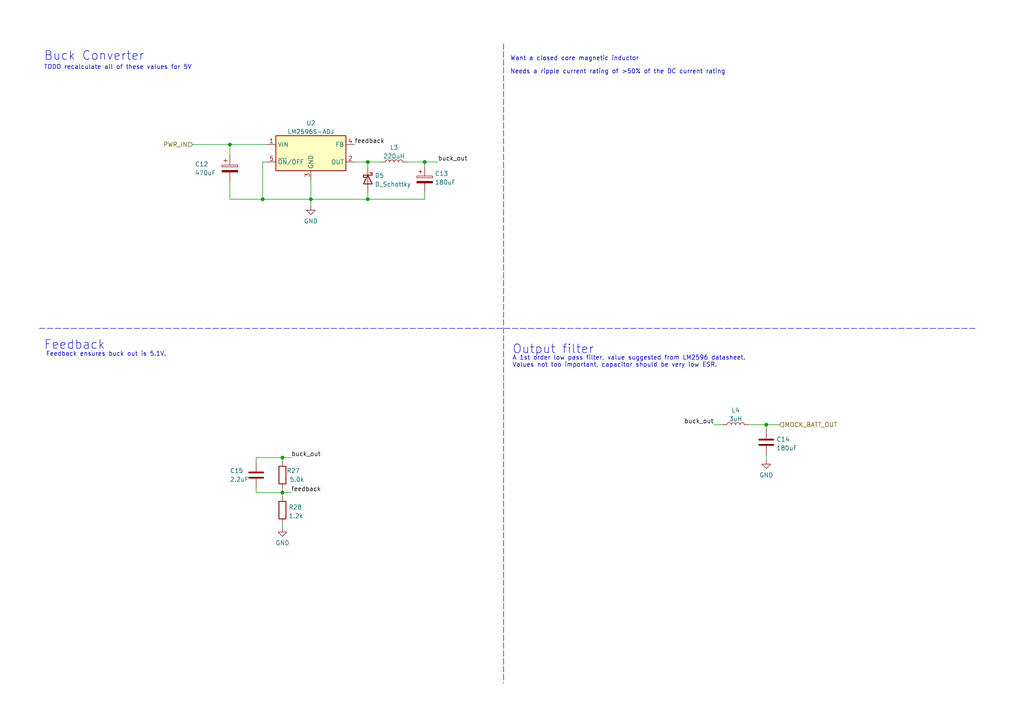
<source format=kicad_sch>
(kicad_sch (version 20211123) (generator eeschema)

  (uuid e5203297-b913-4288-a576-12a92185cb52)

  (paper "A4")

  (lib_symbols
    (symbol "Device:C" (pin_numbers hide) (pin_names (offset 0.254)) (in_bom yes) (on_board yes)
      (property "Reference" "C" (id 0) (at 0.635 2.54 0)
        (effects (font (size 1.27 1.27)) (justify left))
      )
      (property "Value" "C" (id 1) (at 0.635 -2.54 0)
        (effects (font (size 1.27 1.27)) (justify left))
      )
      (property "Footprint" "" (id 2) (at 0.9652 -3.81 0)
        (effects (font (size 1.27 1.27)) hide)
      )
      (property "Datasheet" "~" (id 3) (at 0 0 0)
        (effects (font (size 1.27 1.27)) hide)
      )
      (property "ki_keywords" "cap capacitor" (id 4) (at 0 0 0)
        (effects (font (size 1.27 1.27)) hide)
      )
      (property "ki_description" "Unpolarized capacitor" (id 5) (at 0 0 0)
        (effects (font (size 1.27 1.27)) hide)
      )
      (property "ki_fp_filters" "C_*" (id 6) (at 0 0 0)
        (effects (font (size 1.27 1.27)) hide)
      )
      (symbol "C_0_1"
        (polyline
          (pts
            (xy -2.032 -0.762)
            (xy 2.032 -0.762)
          )
          (stroke (width 0.508) (type default) (color 0 0 0 0))
          (fill (type none))
        )
        (polyline
          (pts
            (xy -2.032 0.762)
            (xy 2.032 0.762)
          )
          (stroke (width 0.508) (type default) (color 0 0 0 0))
          (fill (type none))
        )
      )
      (symbol "C_1_1"
        (pin passive line (at 0 3.81 270) (length 2.794)
          (name "~" (effects (font (size 1.27 1.27))))
          (number "1" (effects (font (size 1.27 1.27))))
        )
        (pin passive line (at 0 -3.81 90) (length 2.794)
          (name "~" (effects (font (size 1.27 1.27))))
          (number "2" (effects (font (size 1.27 1.27))))
        )
      )
    )
    (symbol "Device:C_Polarized" (pin_numbers hide) (pin_names (offset 0.254)) (in_bom yes) (on_board yes)
      (property "Reference" "C" (id 0) (at 0.635 2.54 0)
        (effects (font (size 1.27 1.27)) (justify left))
      )
      (property "Value" "C_Polarized" (id 1) (at 0.635 -2.54 0)
        (effects (font (size 1.27 1.27)) (justify left))
      )
      (property "Footprint" "" (id 2) (at 0.9652 -3.81 0)
        (effects (font (size 1.27 1.27)) hide)
      )
      (property "Datasheet" "~" (id 3) (at 0 0 0)
        (effects (font (size 1.27 1.27)) hide)
      )
      (property "ki_keywords" "cap capacitor" (id 4) (at 0 0 0)
        (effects (font (size 1.27 1.27)) hide)
      )
      (property "ki_description" "Polarized capacitor" (id 5) (at 0 0 0)
        (effects (font (size 1.27 1.27)) hide)
      )
      (property "ki_fp_filters" "CP_*" (id 6) (at 0 0 0)
        (effects (font (size 1.27 1.27)) hide)
      )
      (symbol "C_Polarized_0_1"
        (rectangle (start -2.286 0.508) (end 2.286 1.016)
          (stroke (width 0) (type default) (color 0 0 0 0))
          (fill (type none))
        )
        (polyline
          (pts
            (xy -1.778 2.286)
            (xy -0.762 2.286)
          )
          (stroke (width 0) (type default) (color 0 0 0 0))
          (fill (type none))
        )
        (polyline
          (pts
            (xy -1.27 2.794)
            (xy -1.27 1.778)
          )
          (stroke (width 0) (type default) (color 0 0 0 0))
          (fill (type none))
        )
        (rectangle (start 2.286 -0.508) (end -2.286 -1.016)
          (stroke (width 0) (type default) (color 0 0 0 0))
          (fill (type outline))
        )
      )
      (symbol "C_Polarized_1_1"
        (pin passive line (at 0 3.81 270) (length 2.794)
          (name "~" (effects (font (size 1.27 1.27))))
          (number "1" (effects (font (size 1.27 1.27))))
        )
        (pin passive line (at 0 -3.81 90) (length 2.794)
          (name "~" (effects (font (size 1.27 1.27))))
          (number "2" (effects (font (size 1.27 1.27))))
        )
      )
    )
    (symbol "Device:D_Schottky" (pin_numbers hide) (pin_names (offset 1.016) hide) (in_bom yes) (on_board yes)
      (property "Reference" "D" (id 0) (at 0 2.54 0)
        (effects (font (size 1.27 1.27)))
      )
      (property "Value" "D_Schottky" (id 1) (at 0 -2.54 0)
        (effects (font (size 1.27 1.27)))
      )
      (property "Footprint" "" (id 2) (at 0 0 0)
        (effects (font (size 1.27 1.27)) hide)
      )
      (property "Datasheet" "~" (id 3) (at 0 0 0)
        (effects (font (size 1.27 1.27)) hide)
      )
      (property "ki_keywords" "diode Schottky" (id 4) (at 0 0 0)
        (effects (font (size 1.27 1.27)) hide)
      )
      (property "ki_description" "Schottky diode" (id 5) (at 0 0 0)
        (effects (font (size 1.27 1.27)) hide)
      )
      (property "ki_fp_filters" "TO-???* *_Diode_* *SingleDiode* D_*" (id 6) (at 0 0 0)
        (effects (font (size 1.27 1.27)) hide)
      )
      (symbol "D_Schottky_0_1"
        (polyline
          (pts
            (xy 1.27 0)
            (xy -1.27 0)
          )
          (stroke (width 0) (type default) (color 0 0 0 0))
          (fill (type none))
        )
        (polyline
          (pts
            (xy 1.27 1.27)
            (xy 1.27 -1.27)
            (xy -1.27 0)
            (xy 1.27 1.27)
          )
          (stroke (width 0.254) (type default) (color 0 0 0 0))
          (fill (type none))
        )
        (polyline
          (pts
            (xy -1.905 0.635)
            (xy -1.905 1.27)
            (xy -1.27 1.27)
            (xy -1.27 -1.27)
            (xy -0.635 -1.27)
            (xy -0.635 -0.635)
          )
          (stroke (width 0.254) (type default) (color 0 0 0 0))
          (fill (type none))
        )
      )
      (symbol "D_Schottky_1_1"
        (pin passive line (at -3.81 0 0) (length 2.54)
          (name "K" (effects (font (size 1.27 1.27))))
          (number "1" (effects (font (size 1.27 1.27))))
        )
        (pin passive line (at 3.81 0 180) (length 2.54)
          (name "A" (effects (font (size 1.27 1.27))))
          (number "2" (effects (font (size 1.27 1.27))))
        )
      )
    )
    (symbol "Device:L" (pin_numbers hide) (pin_names (offset 1.016) hide) (in_bom yes) (on_board yes)
      (property "Reference" "L" (id 0) (at -1.27 0 90)
        (effects (font (size 1.27 1.27)))
      )
      (property "Value" "L" (id 1) (at 1.905 0 90)
        (effects (font (size 1.27 1.27)))
      )
      (property "Footprint" "" (id 2) (at 0 0 0)
        (effects (font (size 1.27 1.27)) hide)
      )
      (property "Datasheet" "~" (id 3) (at 0 0 0)
        (effects (font (size 1.27 1.27)) hide)
      )
      (property "ki_keywords" "inductor choke coil reactor magnetic" (id 4) (at 0 0 0)
        (effects (font (size 1.27 1.27)) hide)
      )
      (property "ki_description" "Inductor" (id 5) (at 0 0 0)
        (effects (font (size 1.27 1.27)) hide)
      )
      (property "ki_fp_filters" "Choke_* *Coil* Inductor_* L_*" (id 6) (at 0 0 0)
        (effects (font (size 1.27 1.27)) hide)
      )
      (symbol "L_0_1"
        (arc (start 0 -2.54) (mid 0.635 -1.905) (end 0 -1.27)
          (stroke (width 0) (type default) (color 0 0 0 0))
          (fill (type none))
        )
        (arc (start 0 -1.27) (mid 0.635 -0.635) (end 0 0)
          (stroke (width 0) (type default) (color 0 0 0 0))
          (fill (type none))
        )
        (arc (start 0 0) (mid 0.635 0.635) (end 0 1.27)
          (stroke (width 0) (type default) (color 0 0 0 0))
          (fill (type none))
        )
        (arc (start 0 1.27) (mid 0.635 1.905) (end 0 2.54)
          (stroke (width 0) (type default) (color 0 0 0 0))
          (fill (type none))
        )
      )
      (symbol "L_1_1"
        (pin passive line (at 0 3.81 270) (length 1.27)
          (name "1" (effects (font (size 1.27 1.27))))
          (number "1" (effects (font (size 1.27 1.27))))
        )
        (pin passive line (at 0 -3.81 90) (length 1.27)
          (name "2" (effects (font (size 1.27 1.27))))
          (number "2" (effects (font (size 1.27 1.27))))
        )
      )
    )
    (symbol "Device:R" (pin_numbers hide) (pin_names (offset 0)) (in_bom yes) (on_board yes)
      (property "Reference" "R" (id 0) (at 2.032 0 90)
        (effects (font (size 1.27 1.27)))
      )
      (property "Value" "R" (id 1) (at 0 0 90)
        (effects (font (size 1.27 1.27)))
      )
      (property "Footprint" "" (id 2) (at -1.778 0 90)
        (effects (font (size 1.27 1.27)) hide)
      )
      (property "Datasheet" "~" (id 3) (at 0 0 0)
        (effects (font (size 1.27 1.27)) hide)
      )
      (property "ki_keywords" "R res resistor" (id 4) (at 0 0 0)
        (effects (font (size 1.27 1.27)) hide)
      )
      (property "ki_description" "Resistor" (id 5) (at 0 0 0)
        (effects (font (size 1.27 1.27)) hide)
      )
      (property "ki_fp_filters" "R_*" (id 6) (at 0 0 0)
        (effects (font (size 1.27 1.27)) hide)
      )
      (symbol "R_0_1"
        (rectangle (start -1.016 -2.54) (end 1.016 2.54)
          (stroke (width 0.254) (type default) (color 0 0 0 0))
          (fill (type none))
        )
      )
      (symbol "R_1_1"
        (pin passive line (at 0 3.81 270) (length 1.27)
          (name "~" (effects (font (size 1.27 1.27))))
          (number "1" (effects (font (size 1.27 1.27))))
        )
        (pin passive line (at 0 -3.81 90) (length 1.27)
          (name "~" (effects (font (size 1.27 1.27))))
          (number "2" (effects (font (size 1.27 1.27))))
        )
      )
    )
    (symbol "Regulator_Switching:LM2596S-ADJ" (in_bom yes) (on_board yes)
      (property "Reference" "U" (id 0) (at -10.16 6.35 0)
        (effects (font (size 1.27 1.27)) (justify left))
      )
      (property "Value" "LM2596S-ADJ" (id 1) (at 0 6.35 0)
        (effects (font (size 1.27 1.27)) (justify left))
      )
      (property "Footprint" "Package_TO_SOT_SMD:TO-263-5_TabPin3" (id 2) (at 1.27 -6.35 0)
        (effects (font (size 1.27 1.27) italic) (justify left) hide)
      )
      (property "Datasheet" "http://www.ti.com/lit/ds/symlink/lm2596.pdf" (id 3) (at 0 0 0)
        (effects (font (size 1.27 1.27)) hide)
      )
      (property "ki_keywords" "Step-Down Voltage Regulator Adjustable 3A" (id 4) (at 0 0 0)
        (effects (font (size 1.27 1.27)) hide)
      )
      (property "ki_description" "Adjustable 3A Step-Down Voltage Regulator, TO-263" (id 5) (at 0 0 0)
        (effects (font (size 1.27 1.27)) hide)
      )
      (property "ki_fp_filters" "TO?263*" (id 6) (at 0 0 0)
        (effects (font (size 1.27 1.27)) hide)
      )
      (symbol "LM2596S-ADJ_0_1"
        (rectangle (start -10.16 5.08) (end 10.16 -5.08)
          (stroke (width 0.254) (type default) (color 0 0 0 0))
          (fill (type background))
        )
      )
      (symbol "LM2596S-ADJ_1_1"
        (pin power_in line (at -12.7 2.54 0) (length 2.54)
          (name "VIN" (effects (font (size 1.27 1.27))))
          (number "1" (effects (font (size 1.27 1.27))))
        )
        (pin output line (at 12.7 -2.54 180) (length 2.54)
          (name "OUT" (effects (font (size 1.27 1.27))))
          (number "2" (effects (font (size 1.27 1.27))))
        )
        (pin power_in line (at 0 -7.62 90) (length 2.54)
          (name "GND" (effects (font (size 1.27 1.27))))
          (number "3" (effects (font (size 1.27 1.27))))
        )
        (pin input line (at 12.7 2.54 180) (length 2.54)
          (name "FB" (effects (font (size 1.27 1.27))))
          (number "4" (effects (font (size 1.27 1.27))))
        )
        (pin input line (at -12.7 -2.54 0) (length 2.54)
          (name "~{ON}/OFF" (effects (font (size 1.27 1.27))))
          (number "5" (effects (font (size 1.27 1.27))))
        )
      )
    )
    (symbol "power:GND" (power) (pin_names (offset 0)) (in_bom yes) (on_board yes)
      (property "Reference" "#PWR" (id 0) (at 0 -6.35 0)
        (effects (font (size 1.27 1.27)) hide)
      )
      (property "Value" "GND" (id 1) (at 0 -3.81 0)
        (effects (font (size 1.27 1.27)))
      )
      (property "Footprint" "" (id 2) (at 0 0 0)
        (effects (font (size 1.27 1.27)) hide)
      )
      (property "Datasheet" "" (id 3) (at 0 0 0)
        (effects (font (size 1.27 1.27)) hide)
      )
      (property "ki_keywords" "power-flag" (id 4) (at 0 0 0)
        (effects (font (size 1.27 1.27)) hide)
      )
      (property "ki_description" "Power symbol creates a global label with name \"GND\" , ground" (id 5) (at 0 0 0)
        (effects (font (size 1.27 1.27)) hide)
      )
      (symbol "GND_0_1"
        (polyline
          (pts
            (xy 0 0)
            (xy 0 -1.27)
            (xy 1.27 -1.27)
            (xy 0 -2.54)
            (xy -1.27 -1.27)
            (xy 0 -1.27)
          )
          (stroke (width 0) (type default) (color 0 0 0 0))
          (fill (type none))
        )
      )
      (symbol "GND_1_1"
        (pin power_in line (at 0 0 270) (length 0) hide
          (name "GND" (effects (font (size 1.27 1.27))))
          (number "1" (effects (font (size 1.27 1.27))))
        )
      )
    )
  )


  (junction (at 81.915 132.715) (diameter 0) (color 0 0 0 0)
    (uuid 16012fa8-ec4d-4245-8f80-716f20d593ae)
  )
  (junction (at 106.68 46.99) (diameter 0) (color 0 0 0 0)
    (uuid 27d1a843-fab8-4ce7-b2d7-134ddc628540)
  )
  (junction (at 106.68 57.785) (diameter 0) (color 0 0 0 0)
    (uuid 68077187-ea28-4879-aab6-de8c7754c565)
  )
  (junction (at 81.915 142.875) (diameter 0) (color 0 0 0 0)
    (uuid 80005b3b-f11d-4427-a9d6-6d08bf0213bc)
  )
  (junction (at 123.19 46.99) (diameter 0) (color 0 0 0 0)
    (uuid b2b420b4-ff66-4e3d-8796-08d133358b9b)
  )
  (junction (at 66.675 41.91) (diameter 0) (color 0 0 0 0)
    (uuid bcb75f4a-cbad-49a9-8d55-4c0269b4409a)
  )
  (junction (at 222.25 123.19) (diameter 0) (color 0 0 0 0)
    (uuid dbfb2c4d-afa7-41f4-add8-73f847cf4885)
  )
  (junction (at 76.2 57.785) (diameter 0) (color 0 0 0 0)
    (uuid e1f683a6-6b75-4efe-8756-acee2c092728)
  )
  (junction (at 90.17 57.785) (diameter 0) (color 0 0 0 0)
    (uuid f06789d6-d43f-4df4-842e-2981175680b5)
  )

  (wire (pts (xy 66.675 41.91) (xy 66.675 45.085))
    (stroke (width 0) (type default) (color 0 0 0 0))
    (uuid 1344db7c-a627-47dc-adea-ae5c049fe5f0)
  )
  (wire (pts (xy 123.19 46.99) (xy 123.19 48.26))
    (stroke (width 0) (type default) (color 0 0 0 0))
    (uuid 1565eb40-1efd-49ab-beba-7ed39be1d09f)
  )
  (wire (pts (xy 222.25 123.19) (xy 226.06 123.19))
    (stroke (width 0) (type default) (color 0 0 0 0))
    (uuid 190993c1-fe6b-42f9-a8cd-95a0a868ccc5)
  )
  (wire (pts (xy 81.915 133.985) (xy 81.915 132.715))
    (stroke (width 0) (type default) (color 0 0 0 0))
    (uuid 1cbaf599-4d03-4c1e-ba4d-0b8827608df8)
  )
  (wire (pts (xy 106.68 55.88) (xy 106.68 57.785))
    (stroke (width 0) (type default) (color 0 0 0 0))
    (uuid 24025fde-466a-48e6-b75b-a966e43590bd)
  )
  (wire (pts (xy 84.455 132.715) (xy 81.915 132.715))
    (stroke (width 0) (type default) (color 0 0 0 0))
    (uuid 27a30102-bdc3-4db9-8ebf-975b7989264a)
  )
  (wire (pts (xy 55.88 41.91) (xy 66.675 41.91))
    (stroke (width 0) (type default) (color 0 0 0 0))
    (uuid 30e3ef07-696a-47e5-9e32-b824977c5265)
  )
  (polyline (pts (xy 146.05 12.7) (xy 146.05 198.12))
    (stroke (width 0) (type default) (color 0 0 0 0))
    (uuid 382b5c2b-195a-4f2a-9283-42681d7007ca)
  )
  (polyline (pts (xy 11.43 95.25) (xy 283.21 95.25))
    (stroke (width 0) (type default) (color 0 0 0 0))
    (uuid 3e008020-f141-4a8b-9f1c-2aa2eb8d6e2d)
  )

  (wire (pts (xy 102.87 46.99) (xy 106.68 46.99))
    (stroke (width 0) (type default) (color 0 0 0 0))
    (uuid 51133d01-4003-42fb-a77a-ca9dbbae2ba7)
  )
  (wire (pts (xy 222.25 123.19) (xy 222.25 124.46))
    (stroke (width 0) (type default) (color 0 0 0 0))
    (uuid 5fd75ad7-d38b-42b9-9562-dca5f884ccc0)
  )
  (wire (pts (xy 90.17 57.785) (xy 90.17 59.69))
    (stroke (width 0) (type default) (color 0 0 0 0))
    (uuid 616f9cd6-be0a-4c96-bdf7-6d6a11c084b3)
  )
  (wire (pts (xy 66.675 41.91) (xy 77.47 41.91))
    (stroke (width 0) (type default) (color 0 0 0 0))
    (uuid 64d13d9e-d8da-4791-9765-38ad37a88095)
  )
  (wire (pts (xy 81.915 151.765) (xy 81.915 153.035))
    (stroke (width 0) (type default) (color 0 0 0 0))
    (uuid 6ab2342c-84da-4c51-b5ea-a4868cb74c2d)
  )
  (wire (pts (xy 123.19 57.785) (xy 123.19 55.88))
    (stroke (width 0) (type default) (color 0 0 0 0))
    (uuid 849e2dfc-6510-4f19-9276-71c2a67c9312)
  )
  (wire (pts (xy 74.295 142.875) (xy 81.915 142.875))
    (stroke (width 0) (type default) (color 0 0 0 0))
    (uuid 89aca666-96cd-49b4-9902-8023e3666d9c)
  )
  (wire (pts (xy 76.2 57.785) (xy 90.17 57.785))
    (stroke (width 0) (type default) (color 0 0 0 0))
    (uuid 8a728a5e-11d1-4d09-99eb-874e6fa2589c)
  )
  (wire (pts (xy 217.17 123.19) (xy 222.25 123.19))
    (stroke (width 0) (type default) (color 0 0 0 0))
    (uuid 8b1c76ef-828d-4bbe-bb42-e35d3b22f372)
  )
  (wire (pts (xy 106.68 57.785) (xy 123.19 57.785))
    (stroke (width 0) (type default) (color 0 0 0 0))
    (uuid 93de8a9b-d568-4290-ae8e-9d96bcca8282)
  )
  (wire (pts (xy 84.455 142.875) (xy 81.915 142.875))
    (stroke (width 0) (type default) (color 0 0 0 0))
    (uuid 95195e1c-4995-4f96-ac5e-654042d63068)
  )
  (wire (pts (xy 74.295 132.715) (xy 74.295 133.985))
    (stroke (width 0) (type default) (color 0 0 0 0))
    (uuid 9bb51ea6-027d-4d92-8663-87f65fcbff95)
  )
  (wire (pts (xy 123.19 46.99) (xy 127 46.99))
    (stroke (width 0) (type default) (color 0 0 0 0))
    (uuid 9e44c9bd-3e6f-492c-a795-39816daeb246)
  )
  (wire (pts (xy 76.2 46.99) (xy 76.2 57.785))
    (stroke (width 0) (type default) (color 0 0 0 0))
    (uuid 9e6e3e64-2b7a-40de-ab61-85dd3d53be9d)
  )
  (wire (pts (xy 76.2 46.99) (xy 77.47 46.99))
    (stroke (width 0) (type default) (color 0 0 0 0))
    (uuid ab0132b7-80dd-40ee-bbc4-a2f12c4fbb28)
  )
  (wire (pts (xy 222.25 132.08) (xy 222.25 133.35))
    (stroke (width 0) (type default) (color 0 0 0 0))
    (uuid b9a8f083-75c2-433f-a906-91c60897adde)
  )
  (wire (pts (xy 90.17 57.785) (xy 106.68 57.785))
    (stroke (width 0) (type default) (color 0 0 0 0))
    (uuid c7fbe3d2-a20d-47c7-a37c-29cca70cbabf)
  )
  (wire (pts (xy 74.295 141.605) (xy 74.295 142.875))
    (stroke (width 0) (type default) (color 0 0 0 0))
    (uuid cd3661c7-ddd5-4b9a-94ac-d9a4e3760655)
  )
  (wire (pts (xy 90.17 52.07) (xy 90.17 57.785))
    (stroke (width 0) (type default) (color 0 0 0 0))
    (uuid d54c2ee2-51eb-47de-b3e1-fe33714f830f)
  )
  (wire (pts (xy 81.915 142.875) (xy 81.915 141.605))
    (stroke (width 0) (type default) (color 0 0 0 0))
    (uuid d7ba9bdf-e0de-4756-a9a7-135b7ee77a57)
  )
  (wire (pts (xy 207.01 123.19) (xy 209.55 123.19))
    (stroke (width 0) (type default) (color 0 0 0 0))
    (uuid dd0cb044-4e71-4cb6-a873-98abb1c6f4db)
  )
  (wire (pts (xy 106.68 46.99) (xy 110.49 46.99))
    (stroke (width 0) (type default) (color 0 0 0 0))
    (uuid df650955-08c5-425a-a674-ae04aeb95b93)
  )
  (wire (pts (xy 66.675 52.705) (xy 66.675 57.785))
    (stroke (width 0) (type default) (color 0 0 0 0))
    (uuid e552491c-3a6d-4fb3-8e0e-f464968af074)
  )
  (wire (pts (xy 81.915 132.715) (xy 74.295 132.715))
    (stroke (width 0) (type default) (color 0 0 0 0))
    (uuid e9b7893a-ee59-4e75-a467-5440734da58a)
  )
  (wire (pts (xy 106.68 46.99) (xy 106.68 48.26))
    (stroke (width 0) (type default) (color 0 0 0 0))
    (uuid e9c844d6-7788-43db-a1d3-8b109f5ce381)
  )
  (wire (pts (xy 66.675 57.785) (xy 76.2 57.785))
    (stroke (width 0) (type default) (color 0 0 0 0))
    (uuid edc38c3d-761f-4439-907b-323237427eaf)
  )
  (wire (pts (xy 118.11 46.99) (xy 123.19 46.99))
    (stroke (width 0) (type default) (color 0 0 0 0))
    (uuid f56ad210-0ae6-4299-b398-58b053a13f62)
  )
  (wire (pts (xy 81.915 142.875) (xy 81.915 144.145))
    (stroke (width 0) (type default) (color 0 0 0 0))
    (uuid f954f672-3909-43f6-8893-1cd7b464010c)
  )

  (text "Buck Converter" (at 12.7 17.78 0)
    (effects (font (size 2.54 2.54)) (justify left bottom))
    (uuid 1678f108-bd3f-471c-8cf7-f95e7dde6c16)
  )
  (text "Feedback" (at 12.7 101.6 0)
    (effects (font (size 2.54 2.54)) (justify left bottom))
    (uuid 1c6da768-52a4-4c26-87d5-72224af5d38f)
  )
  (text "Want a closed core magnetic inductor\n" (at 147.955 17.78 0)
    (effects (font (size 1.27 1.27)) (justify left bottom))
    (uuid 2f9793fe-6a74-45b6-a121-edd9038dd84c)
  )
  (text "Needs a ripple current rating of >50% of the DC current rating"
    (at 147.955 21.59 0)
    (effects (font (size 1.27 1.27)) (justify left bottom))
    (uuid 661fd9e8-e516-4ec2-9055-b951e11c3237)
  )
  (text "Output filter" (at 148.59 102.87 0)
    (effects (font (size 2.54 2.54)) (justify left bottom))
    (uuid 763ebd60-2e2c-40a8-a660-1b5ffe63c579)
  )
  (text "A 1st order low pass filter, value suggested from LM2596 datasheet.\nValues not too important, capacitor should be very low ESR."
    (at 148.59 106.68 0)
    (effects (font (size 1.27 1.27)) (justify left bottom))
    (uuid 8e918b93-e1aa-434e-95b4-cf21a7fd1a1d)
  )
  (text "Feedback ensures buck out is 5.1V." (at 13.335 103.505 0)
    (effects (font (size 1.27 1.27)) (justify left bottom))
    (uuid a0b4f102-9012-4261-98ce-fb2bcec5b6f5)
  )
  (text "TODO recalculate all of these values for 5V\n" (at 12.7 20.32 0)
    (effects (font (size 1.27 1.27)) (justify left bottom))
    (uuid cde7fa9e-f0fc-4f1a-a574-fb0a464328b8)
  )

  (label "buck_out" (at 127 46.99 0)
    (effects (font (size 1.27 1.27)) (justify left bottom))
    (uuid 0b3fc8fc-467d-4a2a-96b1-7d5952aeff1d)
  )
  (label "feedback" (at 84.455 142.875 0)
    (effects (font (size 1.27 1.27)) (justify left bottom))
    (uuid 23e5d41a-520d-4894-b4f7-3f613b0d67e7)
  )
  (label "feedback" (at 102.87 41.91 0)
    (effects (font (size 1.27 1.27)) (justify left bottom))
    (uuid 8d992d84-0c18-4cd7-ba8c-43198d86f5df)
  )
  (label "buck_out" (at 207.01 123.19 180)
    (effects (font (size 1.27 1.27)) (justify right bottom))
    (uuid d001d57c-df33-42b2-aeda-fd1da6591532)
  )
  (label "buck_out" (at 84.455 132.715 0)
    (effects (font (size 1.27 1.27)) (justify left bottom))
    (uuid e9941ac5-1fd1-4aac-ab5c-6f3bdf1bf592)
  )

  (hierarchical_label "MOCK_BATT_OUT" (shape input) (at 226.06 123.19 0)
    (effects (font (size 1.27 1.27)) (justify left))
    (uuid 297f932f-d80f-4a55-86f4-4f1049079a0f)
  )
  (hierarchical_label "PWR_IN" (shape input) (at 55.88 41.91 180)
    (effects (font (size 1.27 1.27)) (justify right))
    (uuid c21d12dc-4c33-4dd4-9c38-1be9b3cff524)
  )

  (symbol (lib_id "power:GND") (at 222.25 133.35 0) (unit 1)
    (in_bom yes) (on_board yes) (fields_autoplaced)
    (uuid 056df85a-9dd5-4305-be51-d201261c09bb)
    (property "Reference" "#PWR035" (id 0) (at 222.25 139.7 0)
      (effects (font (size 1.27 1.27)) hide)
    )
    (property "Value" "GND" (id 1) (at 222.25 137.7934 0))
    (property "Footprint" "" (id 2) (at 222.25 133.35 0)
      (effects (font (size 1.27 1.27)) hide)
    )
    (property "Datasheet" "" (id 3) (at 222.25 133.35 0)
      (effects (font (size 1.27 1.27)) hide)
    )
    (pin "1" (uuid 0b8ff78b-f044-40f5-a6df-37a6e67756e3))
  )

  (symbol (lib_id "Device:R") (at 81.915 137.795 0) (mirror y) (unit 1)
    (in_bom yes) (on_board yes)
    (uuid 16889a2b-165a-4c02-a4d6-7659a1b43031)
    (property "Reference" "R27" (id 0) (at 86.995 136.525 0)
      (effects (font (size 1.27 1.27)) (justify left))
    )
    (property "Value" "5.0k" (id 1) (at 88.265 139.065 0)
      (effects (font (size 1.27 1.27)) (justify left))
    )
    (property "Footprint" "" (id 2) (at 83.693 137.795 90)
      (effects (font (size 1.27 1.27)) hide)
    )
    (property "Datasheet" "~" (id 3) (at 81.915 137.795 0)
      (effects (font (size 1.27 1.27)) hide)
    )
    (pin "1" (uuid 29c747e9-8288-4db1-82a6-7529e40570a7))
    (pin "2" (uuid bbf942da-b575-4781-9e4a-e4d9066de98e))
  )

  (symbol (lib_id "power:GND") (at 81.915 153.035 0) (mirror y) (unit 1)
    (in_bom yes) (on_board yes) (fields_autoplaced)
    (uuid 46239943-5135-4681-8857-b7c6bcf40cd2)
    (property "Reference" "#PWR036" (id 0) (at 81.915 159.385 0)
      (effects (font (size 1.27 1.27)) hide)
    )
    (property "Value" "GND" (id 1) (at 81.915 157.4784 0))
    (property "Footprint" "" (id 2) (at 81.915 153.035 0)
      (effects (font (size 1.27 1.27)) hide)
    )
    (property "Datasheet" "" (id 3) (at 81.915 153.035 0)
      (effects (font (size 1.27 1.27)) hide)
    )
    (pin "1" (uuid 8fd01f90-e151-4f3a-bf68-7e3c3505db54))
  )

  (symbol (lib_id "Device:L") (at 114.3 46.99 90) (unit 1)
    (in_bom yes) (on_board yes) (fields_autoplaced)
    (uuid 7300164b-d975-4610-b498-5bef82a870da)
    (property "Reference" "L3" (id 0) (at 114.3 42.7822 90))
    (property "Value" "220uH" (id 1) (at 114.3 45.3191 90))
    (property "Footprint" "" (id 2) (at 114.3 46.99 0)
      (effects (font (size 1.27 1.27)) hide)
    )
    (property "Datasheet" "~" (id 3) (at 114.3 46.99 0)
      (effects (font (size 1.27 1.27)) hide)
    )
    (pin "1" (uuid fcb66b17-36b0-4350-8faf-7c46b9e24184))
    (pin "2" (uuid 6c3117a1-5302-4532-8e37-878794ea8a4f))
  )

  (symbol (lib_id "Device:C_Polarized") (at 66.675 48.895 0) (unit 1)
    (in_bom yes) (on_board yes)
    (uuid 9104c78c-5883-41a1-b71f-4dda485df537)
    (property "Reference" "C12" (id 0) (at 56.515 47.625 0)
      (effects (font (size 1.27 1.27)) (justify left))
    )
    (property "Value" "470uF" (id 1) (at 56.515 50.165 0)
      (effects (font (size 1.27 1.27)) (justify left))
    )
    (property "Footprint" "" (id 2) (at 67.6402 52.705 0)
      (effects (font (size 1.27 1.27)) hide)
    )
    (property "Datasheet" "~" (id 3) (at 66.675 48.895 0)
      (effects (font (size 1.27 1.27)) hide)
    )
    (pin "1" (uuid e681ee4e-195b-48c3-90ed-28386e145775))
    (pin "2" (uuid ce51019d-d856-4331-ad1b-9166bf501cec))
  )

  (symbol (lib_id "Device:C") (at 74.295 137.795 0) (unit 1)
    (in_bom yes) (on_board yes)
    (uuid 9430d0a7-dd26-4096-a79f-c127ece385a1)
    (property "Reference" "C15" (id 0) (at 66.675 136.525 0)
      (effects (font (size 1.27 1.27)) (justify left))
    )
    (property "Value" "2.2uF" (id 1) (at 66.675 139.065 0)
      (effects (font (size 1.27 1.27)) (justify left))
    )
    (property "Footprint" "" (id 2) (at 75.2602 141.605 0)
      (effects (font (size 1.27 1.27)) hide)
    )
    (property "Datasheet" "~" (id 3) (at 74.295 137.795 0)
      (effects (font (size 1.27 1.27)) hide)
    )
    (pin "1" (uuid f051ffc7-154b-40cb-94d3-4a26a605cd99))
    (pin "2" (uuid c9e9e8aa-5ab8-46de-8494-8dff481038d3))
  )

  (symbol (lib_id "Device:C_Polarized") (at 123.19 52.07 0) (unit 1)
    (in_bom yes) (on_board yes) (fields_autoplaced)
    (uuid b4813896-c754-43c7-b6eb-33764f0ed99d)
    (property "Reference" "C13" (id 0) (at 126.111 50.3463 0)
      (effects (font (size 1.27 1.27)) (justify left))
    )
    (property "Value" "180uF" (id 1) (at 126.111 52.8832 0)
      (effects (font (size 1.27 1.27)) (justify left))
    )
    (property "Footprint" "" (id 2) (at 124.1552 55.88 0)
      (effects (font (size 1.27 1.27)) hide)
    )
    (property "Datasheet" "~" (id 3) (at 123.19 52.07 0)
      (effects (font (size 1.27 1.27)) hide)
    )
    (pin "1" (uuid 7f9cacdd-0181-4878-a865-cb6d6f11a673))
    (pin "2" (uuid 6cd70f7c-9293-4a5b-900f-76f39f49fa51))
  )

  (symbol (lib_id "Device:R") (at 81.915 147.955 0) (mirror y) (unit 1)
    (in_bom yes) (on_board yes) (fields_autoplaced)
    (uuid b744b9c2-8073-4011-b38a-44f70d81f0ea)
    (property "Reference" "R28" (id 0) (at 83.693 147.1203 0)
      (effects (font (size 1.27 1.27)) (justify right))
    )
    (property "Value" "1.2k" (id 1) (at 83.693 149.6572 0)
      (effects (font (size 1.27 1.27)) (justify right))
    )
    (property "Footprint" "" (id 2) (at 83.693 147.955 90)
      (effects (font (size 1.27 1.27)) hide)
    )
    (property "Datasheet" "~" (id 3) (at 81.915 147.955 0)
      (effects (font (size 1.27 1.27)) hide)
    )
    (pin "1" (uuid a418ea0c-086b-4d53-89be-e2cecd120155))
    (pin "2" (uuid 496cefc4-8de7-4537-93ea-320c76488292))
  )

  (symbol (lib_id "Device:D_Schottky") (at 106.68 52.07 270) (unit 1)
    (in_bom yes) (on_board yes) (fields_autoplaced)
    (uuid bd0e46ee-8c8d-4ea8-b1b1-1f4561727193)
    (property "Reference" "D5" (id 0) (at 108.712 50.9178 90)
      (effects (font (size 1.27 1.27)) (justify left))
    )
    (property "Value" "D_Schottky" (id 1) (at 108.712 53.4547 90)
      (effects (font (size 1.27 1.27)) (justify left))
    )
    (property "Footprint" "" (id 2) (at 106.68 52.07 0)
      (effects (font (size 1.27 1.27)) hide)
    )
    (property "Datasheet" "~" (id 3) (at 106.68 52.07 0)
      (effects (font (size 1.27 1.27)) hide)
    )
    (pin "1" (uuid 4ba86423-49c9-41d3-9ceb-c487df1b5803))
    (pin "2" (uuid d0c35c0b-3800-49e8-b278-0e84ee653950))
  )

  (symbol (lib_id "Device:L") (at 213.36 123.19 90) (unit 1)
    (in_bom yes) (on_board yes) (fields_autoplaced)
    (uuid e94136c6-b1c0-49a2-82d9-59c630c777fa)
    (property "Reference" "L4" (id 0) (at 213.36 118.9822 90))
    (property "Value" "3uH" (id 1) (at 213.36 121.5191 90))
    (property "Footprint" "" (id 2) (at 213.36 123.19 0)
      (effects (font (size 1.27 1.27)) hide)
    )
    (property "Datasheet" "~" (id 3) (at 213.36 123.19 0)
      (effects (font (size 1.27 1.27)) hide)
    )
    (pin "1" (uuid 5ec35c49-9ca4-4baf-b9bf-9dce82887ef1))
    (pin "2" (uuid 8db5a6b6-2229-4652-bf70-d06fd1729adf))
  )

  (symbol (lib_id "Regulator_Switching:LM2596S-ADJ") (at 90.17 44.45 0) (unit 1)
    (in_bom yes) (on_board yes) (fields_autoplaced)
    (uuid ec03aa25-61d1-4046-8c34-5e61d9b647e2)
    (property "Reference" "U2" (id 0) (at 90.17 35.6702 0))
    (property "Value" "LM2596S-ADJ" (id 1) (at 90.17 38.2071 0))
    (property "Footprint" "Package_TO_SOT_SMD:TO-263-5_TabPin3" (id 2) (at 91.44 50.8 0)
      (effects (font (size 1.27 1.27) italic) (justify left) hide)
    )
    (property "Datasheet" "http://www.ti.com/lit/ds/symlink/lm2596.pdf" (id 3) (at 90.17 44.45 0)
      (effects (font (size 1.27 1.27)) hide)
    )
    (pin "1" (uuid ece4b888-4542-44c8-a468-06393195d805))
    (pin "2" (uuid e84a18c7-0169-4199-9fa0-7923271f84df))
    (pin "3" (uuid 88adf3ac-561f-45f0-b19d-f9c11f6a3efb))
    (pin "4" (uuid e5cbe17a-470f-45a7-8058-dff5de24e674))
    (pin "5" (uuid e9dfe8b4-544e-467b-9257-7007ae1dc616))
  )

  (symbol (lib_id "Device:C") (at 222.25 128.27 0) (unit 1)
    (in_bom yes) (on_board yes) (fields_autoplaced)
    (uuid f1609e79-117c-4a1c-9c16-2426284c70ea)
    (property "Reference" "C14" (id 0) (at 225.171 127.4353 0)
      (effects (font (size 1.27 1.27)) (justify left))
    )
    (property "Value" "180uF" (id 1) (at 225.171 129.9722 0)
      (effects (font (size 1.27 1.27)) (justify left))
    )
    (property "Footprint" "" (id 2) (at 223.2152 132.08 0)
      (effects (font (size 1.27 1.27)) hide)
    )
    (property "Datasheet" "~" (id 3) (at 222.25 128.27 0)
      (effects (font (size 1.27 1.27)) hide)
    )
    (pin "1" (uuid 56f14098-a2bf-43bd-8446-33f812682152))
    (pin "2" (uuid 7889ca43-50d8-46e3-b60b-937f10e39ed0))
  )

  (symbol (lib_id "power:GND") (at 90.17 59.69 0) (unit 1)
    (in_bom yes) (on_board yes) (fields_autoplaced)
    (uuid f9e37e1d-87bd-4eea-9fda-0dee925d2860)
    (property "Reference" "#PWR034" (id 0) (at 90.17 66.04 0)
      (effects (font (size 1.27 1.27)) hide)
    )
    (property "Value" "GND" (id 1) (at 90.17 64.1334 0))
    (property "Footprint" "" (id 2) (at 90.17 59.69 0)
      (effects (font (size 1.27 1.27)) hide)
    )
    (property "Datasheet" "" (id 3) (at 90.17 59.69 0)
      (effects (font (size 1.27 1.27)) hide)
    )
    (pin "1" (uuid 7c35b9a3-ee5f-4ebb-89c5-9d6749c0482f))
  )
)

</source>
